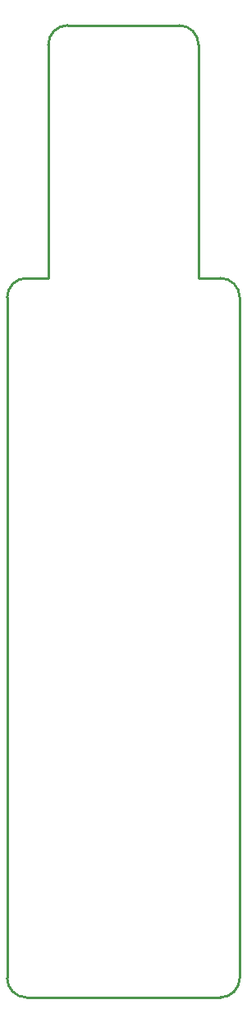
<source format=gko>
G04 Layer: BoardOutlineLayer*
G04 EasyEDA v6.5.40, 2024-10-05 13:30:00*
G04 a67cddfb3fce44daa9051d46cbbcc19f,10*
G04 Gerber Generator version 0.2*
G04 Scale: 100 percent, Rotated: No, Reflected: No *
G04 Dimensions in millimeters *
G04 leading zeros omitted , absolute positions ,4 integer and 5 decimal *
%FSLAX45Y45*%
%MOMM*%

%ADD10C,0.2540*%
D10*
X2399995Y7199985D02*
G01*
X2400045Y199897D01*
X424942Y9800081D02*
G01*
X424942Y7400036D01*
X199897Y7400036D01*
X625000Y9999979D02*
G01*
X1774997Y9999979D01*
X1974997Y9799980D02*
G01*
X1974997Y7399985D01*
X2199893Y7400036D01*
X0Y198120D02*
G01*
X0Y7199985D01*
X2199995Y0D02*
G01*
X199999Y0D01*
G75*
G01*
X2399995Y200000D02*
G02*
X2199996Y0I-199999J0D01*
G75*
G01*
X200000Y0D02*
G02*
X0Y200000I0J200000D01*
G75*
G01*
X0Y7199988D02*
G02*
X200000Y7399988I200000J0D01*
G75*
G01*
X2199996Y7399985D02*
G02*
X2399995Y7199986I0J-199999D01*
G75*
G01*
X1774998Y9999980D02*
G02*
X1974997Y9799980I0J-200000D01*
G75*
G01*
X425000Y9799980D02*
G02*
X625000Y9999980I200000J0D01*

%LPD*%
M02*

</source>
